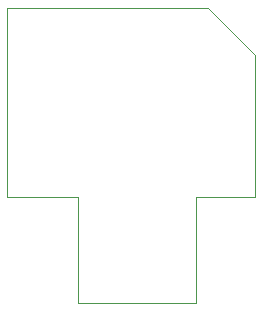
<source format=gbr>
%TF.GenerationSoftware,KiCad,Pcbnew,(6.0.7)*%
%TF.CreationDate,2023-04-28T12:35:49+03:00*%
%TF.ProjectId,ITR-2,4954522d-322e-46b6-9963-61645f706362,rev?*%
%TF.SameCoordinates,Original*%
%TF.FileFunction,Profile,NP*%
%FSLAX46Y46*%
G04 Gerber Fmt 4.6, Leading zero omitted, Abs format (unit mm)*
G04 Created by KiCad (PCBNEW (6.0.7)) date 2023-04-28 12:35:49*
%MOMM*%
%LPD*%
G01*
G04 APERTURE LIST*
%TA.AperFunction,Profile*%
%ADD10C,0.100000*%
%TD*%
G04 APERTURE END LIST*
D10*
X130000000Y-108000000D02*
X140000000Y-108000000D01*
X130000000Y-99000000D02*
X124000000Y-99000000D01*
X145000000Y-99000000D02*
X140000000Y-99000000D01*
X130000000Y-108000000D02*
X130000000Y-99000000D01*
X124000000Y-99000000D02*
X124000000Y-83000000D01*
X145000000Y-87000000D02*
X141000000Y-83000000D01*
X124000000Y-83000000D02*
X141000000Y-83000000D01*
X145000000Y-99000000D02*
X145000000Y-87000000D01*
X140000000Y-108000000D02*
X140000000Y-99000000D01*
M02*

</source>
